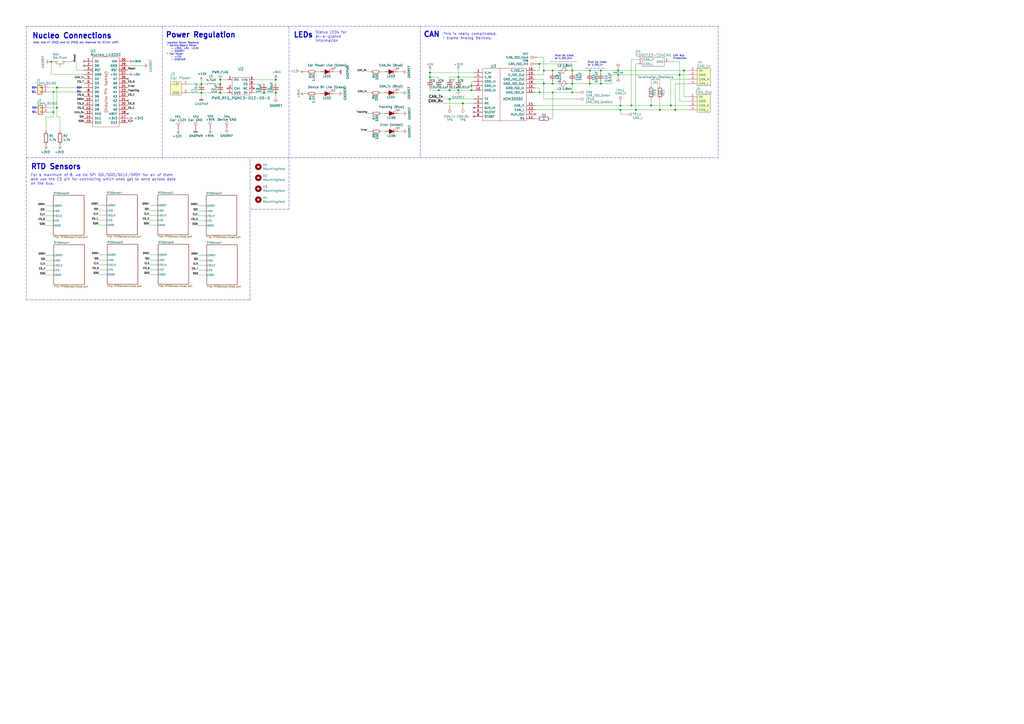
<source format=kicad_sch>
(kicad_sch (version 20211123) (generator eeschema)
  (paper "A2")
  (title_block (title "UT SVT Irradiance/RTD Sensor Board") (date "2020-12-13") (rev "Rev1.0") (company "UT Solar Vehicle Team") (comment 1 "Jacob Giddens") (comment 2 "Matthew Yu") (comment 3 "Gary Hallock"))
  (lib_symbols
    (symbol "Array:CAN_Bus_Protector_CDSOT23-T24CAN"
      (property "Reference" "U" (at 0 -3.81 0))
      (property "Value" "CAN_Bus_Protector_CDSOT23-T24CAN" (at 0 3.81 0))
      (symbol "CAN_Bus_Protector_CDSOT23-T24CAN_1_1"
        (pin passive line (at -8.89 1.27 0) (length 2.54) (name "CAN_H") (number "1"))
        (pin passive line (at -8.89 -1.27 0) (length 2.54) (name "CAN_L") (number "2"))
        (pin passive line (at 8.89 0 180) (length 2.54) (name "GND") (number "3"))
      )
    )
    (symbol "Array:CAN_Chip_ADM3055E" (pin_names (offset 1.016))
      (property "Reference" "U" (at 0 16.51 0))
      (property "Value" "CAN_Chip_ADM3055E" (at 0 -16.51 0))
      (symbol "CAN_Chip_ADM3055E_1_1"
        (pin power_in line (at -17.78 7.62 0) (length 5.08) (name "GND_In") (number "1"))
        (pin power_in line (at -17.78 2.54 0) (length 5.08) (name "GND_In") (number "10"))
        (pin power_in line (at 17.78 1.27 180) (length 5.08) (name "GND_ISO_In") (number "11"))
        (pin input line (at 17.78 -13.97 180) (length 5.08) (name "RS") (number "12"))
        (pin bidirectional line (at 17.78 -8.89 180) (length 5.08) (name "CAN_L") (number "13"))
        (pin bidirectional line (at 17.78 -6.35 180) (length 5.08) (name "CAN_H") (number "14"))
        (pin power_in line (at 17.78 3.81 180) (length 5.08) (name "GND_ISO_In") (number "15"))
        (pin power_in line (at 17.78 13.97 180) (length 5.08) (name "V_ISO_In") (number "16"))
        (pin output line (at 17.78 -11.43 180) (length 5.08) (name "AUX_Out") (number "17"))
        (pin power_out line (at 17.78 6.35 180) (length 5.08) (name "GND_ISO_Out") (number "18"))
        (pin power_out line (at 17.78 11.43 180) (length 5.08) (name "V_ISO_Out") (number "19"))
        (pin power_in line (at -17.78 5.08 0) (length 5.08) (name "GND_In") (number "2"))
        (pin power_out line (at 17.78 8.89 180) (length 5.08) (name "GND_ISO_Out") (number "20"))
        (pin power_in line (at -17.78 12.7 0) (length 5.08) (name "V_In") (number "3"))
        (pin power_in line (at -17.78 10.16 0) (length 5.08) (name "V_IO") (number "4"))
        (pin output line (at -17.78 -5.08 0) (length 5.08) (name "RX") (number "5"))
        (pin input line (at -17.78 -10.16 0) (length 5.08) (name "SILENT") (number "6"))
        (pin input line (at -17.78 -2.54 0) (length 5.08) (name "TX") (number "7"))
        (pin input line (at -17.78 -12.7 0) (length 5.08) (name "STDBY") (number "8"))
        (pin input line (at -17.78 -7.62 0) (length 5.08) (name "AUX_In") (number "9"))
      )
    )
    (symbol "Array:CAN_Connector_43650-0427" (pin_names (offset 1.016))
      (property "Reference" "J" (at 0 -6.35 0))
      (property "Value" "CAN_Connector_43650-0427" (at 0 6.35 0))
      (symbol "CAN_Connector_43650-0427_1_1"
        (pin power_in line (at 8.89 3.81 180) (length 5.08) (name "5V") (number "1"))
        (pin power_in line (at 8.89 1.27 180) (length 5.08) (name "GND") (number "2"))
        (pin bidirectional line (at 8.89 -1.27 180) (length 5.08) (name "CAN_H") (number "3"))
        (pin bidirectional line (at 8.89 -3.81 180) (length 5.08) (name "CAN_L") (number "4"))
      )
    )
    (symbol "Array:MCU_Nucleo_L432KC" (pin_names (offset 1.016))
      (property "Reference" "U" (at 0 -21.59 0))
      (property "Value" "MCU_Nucleo_L432KC" (at 0 21.59 0))
      (symbol "MCU_Nucleo_L432KC_0_1"
        (text "(Arduino Pin Names)" (at 0 0 900) (effects (font (size 1.524 1.524))))
      )
      (symbol "MCU_Nucleo_L432KC_0_2"
        (text "(Nucleo Pin Names)" (at 0 0 900) (effects (font (size 1.524 1.524))))
      )
      (symbol "MCU_Nucleo_L432KC_1_1"
        (pin bidirectional line (at -12.7 17.78 0) (length 5.08) (name "D1") (number "1"))
        (pin bidirectional line (at -12.7 -5.08 0) (length 5.08) (name "D7") (number "10"))
        (pin bidirectional line (at -12.7 -7.62 0) (length 5.08) (name "D8") (number "11"))
        (pin bidirectional line (at -12.7 -10.16 0) (length 5.08) (name "D9") (number "12"))
        (pin bidirectional line (at -12.7 -12.7 0) (length 5.08) (name "D10") (number "13"))
        (pin bidirectional line (at -12.7 -15.24 0) (length 5.08) (name "D11") (number "14"))
        (pin bidirectional line (at -12.7 -17.78 0) (length 5.08) (name "D12") (number "15"))
        (pin bidirectional line (at 12.7 -17.78 180) (length 5.08) (name "D13") (number "16"))
        (pin power_out line (at 12.7 -15.24 180) (length 5.08) (name "+3V3") (number "17"))
        (pin input line (at 12.7 -12.7 180) (length 5.08) (name "AREF") (number "18"))
        (pin bidirectional line (at 12.7 -10.16 180) (length 5.08) (name "A0") (number "19"))
        (pin bidirectional line (at -12.7 15.24 0) (length 5.08) (name "D0") (number "2"))
        (pin bidirectional line (at 12.7 -7.62 180) (length 5.08) (name "A1") (number "20"))
        (pin bidirectional line (at 12.7 -5.08 180) (length 5.08) (name "A2") (number "21"))
        (pin bidirectional line (at 12.7 -2.54 180) (length 5.08) (name "A3") (number "22"))
        (pin bidirectional line (at 12.7 0 180) (length 5.08) (name "A4") (number "23"))
        (pin bidirectional line (at 12.7 2.54 180) (length 5.08) (name "A5") (number "24"))
        (pin bidirectional line (at 12.7 5.08 180) (length 5.08) (name "A6") (number "25"))
        (pin bidirectional line (at 12.7 7.62 180) (length 5.08) (name "A7") (number "26"))
        (pin power_out line (at 12.7 10.16 180) (length 5.08) (name "+5V") (number "27"))
        (pin input inverted (at 12.7 12.7 180) (length 5.08) (name "RST") (number "28"))
        (pin power_in line (at 12.7 15.24 180) (length 5.08) (name "GND") (number "29"))
        (pin input inverted (at -12.7 12.7 0) (length 5.08) (name "RST") (number "3"))
        (pin power_in line (at 12.7 17.78 180) (length 5.08) (name "VIN") (number "30"))
        (pin power_in line (at -12.7 10.16 0) (length 5.08) (name "GND") (number "4"))
        (pin bidirectional line (at -12.7 7.62 0) (length 5.08) (name "D2") (number "5"))
        (pin bidirectional line (at -12.7 5.08 0) (length 5.08) (name "D3") (number "6"))
        (pin bidirectional line (at -12.7 2.54 0) (length 5.08) (name "D4") (number "7"))
        (pin bidirectional line (at -12.7 0 0) (length 5.08) (name "D5") (number "8"))
        (pin bidirectional line (at -12.7 -2.54 0) (length 5.08) (name "D6") (number "9"))
      )
      (symbol "MCU_Nucleo_L432KC_1_2"
        (pin bidirectional line (at -12.7 17.78 0) (length 5.08) (name "PA9") (number "1"))
        (pin bidirectional line (at -12.7 -5.08 0) (length 5.08) (name "PC14") (number "10"))
        (pin bidirectional line (at -12.7 -7.62 0) (length 5.08) (name "PC15") (number "11"))
        (pin bidirectional line (at -12.7 -10.16 0) (length 5.08) (name "PA8") (number "12"))
        (pin bidirectional line (at -12.7 -12.7 0) (length 5.08) (name "PA11") (number "13"))
        (pin bidirectional line (at -12.7 -15.24 0) (length 5.08) (name "PB5") (number "14"))
        (pin bidirectional line (at -12.7 -17.78 0) (length 5.08) (name "PB4") (number "15"))
        (pin bidirectional line (at 12.7 -17.78 180) (length 5.08) (name "PB3") (number "16"))
        (pin power_out line (at 12.7 -15.24 180) (length 5.08) (name "+3V3") (number "17"))
        (pin input line (at 12.7 -12.7 180) (length 5.08) (name "AREF") (number "18"))
        (pin bidirectional line (at 12.7 -10.16 180) (length 5.08) (name "PA0") (number "19"))
        (pin bidirectional line (at -12.7 15.24 0) (length 5.08) (name "PA10") (number "2"))
        (pin bidirectional line (at 12.7 -7.62 180) (length 5.08) (name "PA1") (number "20"))
        (pin bidirectional line (at 12.7 -5.08 180) (length 5.08) (name "PA3") (number "21"))
        (pin bidirectional line (at 12.7 -2.54 180) (length 5.08) (name "PA4") (number "22"))
        (pin bidirectional line (at 12.7 0 180) (length 5.08) (name "PA5") (number "23"))
        (pin bidirectional line (at 12.7 2.54 180) (length 5.08) (name "PA6") (number "24"))
        (pin bidirectional line (at 12.7 5.08 180) (length 5.08) (name "PA7") (number "25"))
        (pin bidirectional line (at 12.7 7.62 180) (length 5.08) (name "PA2") (number "26"))
        (pin power_out line (at 12.7 10.16 180) (length 5.08) (name "+5V") (number "27"))
        (pin input inverted (at 12.7 12.7 180) (length 5.08) (name "RST") (number "28"))
        (pin power_in line (at 12.7 15.24 180) (length 5.08) (name "GND") (number "29"))
        (pin input inverted (at -12.7 12.7 0) (length 5.08) (name "RST") (number "3"))
        (pin power_in line (at 12.7 17.78 180) (length 5.08) (name "VIN") (number "30"))
        (pin power_in line (at -12.7 10.16 0) (length 5.08) (name "GND") (number "4"))
        (pin bidirectional line (at -12.7 7.62 0) (length 5.08) (name "PA12") (number "5"))
        (pin bidirectional line (at -12.7 5.08 0) (length 5.08) (name "PB0") (number "6"))
        (pin bidirectional line (at -12.7 2.54 0) (length 5.08) (name "PB7") (number "7"))
        (pin bidirectional line (at -12.7 0 0) (length 5.08) (name "PB6") (number "8"))
        (pin bidirectional line (at -12.7 -2.54 0) (length 5.08) (name "PB1") (number "9"))
      )
    )
    (symbol "Array:PWR_Connector_43650-0215" (pin_names (offset 1.016))
      (property "Reference" "J" (at 0 -5.08 0))
      (property "Value" "PWR_Connector_43650-0215" (at 0 5.08 0))
      (symbol "PWR_Connector_43650-0215_1_1"
        (pin power_out line (at 7.62 2.54 180) (length 5.08) (name "+12V") (number "1"))
        (pin power_out line (at 7.62 -2.54 180) (length 5.08) (name "GND") (number "2"))
      )
    )
    (symbol "Array:PWR_REG_PQMC3-Dx-Sx-S" (pin_names (offset 1.016))
      (property "Reference" "U" (at 0 -6.35 0))
      (property "Value" "PWR_REG_PQMC3-Dx-Sx-S" (at 0 7.62 0))
      (symbol "PWR_REG_PQMC3-Dx-Sx-S_1_1"
        (pin power_in line (at -7.62 -3.81 0) (length 2.54) (name "GND") (number "1"))
        (pin power_in line (at -7.62 3.81 0) (length 2.54) (name "Vin") (number "2"))
        (pin input line (at -7.62 -1.27 0) (length 2.54) (name "Ctrl") (number "3"))
        (pin no_connect line (at 7.62 -1.27 180) (length 2.54) (name "NC") (number "5"))
        (pin power_out line (at 7.62 3.81 180) (length 2.54) (name "+Vo") (number "6"))
        (pin power_out line (at 7.62 -3.81 180) (length 2.54) (name "0V") (number "7"))
        (pin output line (at 7.62 1.27 180) (length 2.54) (name "CS") (number "8"))
      )
    )
    (symbol "Connector:TestPoint" (pin_numbers hide) (pin_names (offset 0.762) hide)
      (property "Reference" "TP" (at 0 6.858 0))
      (property "Value" "TestPoint" (at 0 5.08 0))
      (symbol "TestPoint_1_1"
        (pin passive line (at 0 0 90) (length 2.54) (name "1") (number "1"))
      )
    )
    (symbol "Connector_Generic:Conn_01x02" (pin_names (offset 1.016) hide)
      (property "Reference" "J" (at 0 2.54 0))
      (property "Value" "Conn_01x02" (at 0 -5.08 0))
      (symbol "Conn_01x02_1_1"
        (pin passive line (at -5.08 0 0) (length 3.81) (name "Pin_1") (number "1"))
        (pin passive line (at -5.08 -2.54 0) (length 3.81) (name "Pin_2") (number "2"))
      )
    )
    (symbol "Device:CP1_Small" (pin_numbers hide) (pin_names (offset 0.254) hide)
      (property "Reference" "C" (at 0.254 1.778 0))
      (property "Value" "Device_CP1_Small" (at 0.254 -2.032 0))
      (symbol "CP1_Small_1_1"
        (pin passive line (at 0 2.54 270) (length 2.032) (name "~") (number "1"))
        (pin passive line (at 0 -2.54 90) (length 2.032) (name "~") (number "2"))
      )
    )
    (symbol "Device:C_Small" (pin_numbers hide) (pin_names (offset 0.254) hide)
      (property "Reference" "C" (at 0.254 1.778 0))
      (property "Value" "C_Small" (at 0.254 -2.032 0))
      (symbol "C_Small_1_1"
        (pin passive line (at 0 2.54 270) (length 2.032) (name "~") (number "1"))
        (pin passive line (at 0 -2.54 90) (length 2.032) (name "~") (number "2"))
      )
    )
    (symbol "Device:Ferrite_Bead_Small" (pin_numbers hide) (pin_names (offset 0))
      (property "Reference" "FB" (at 1.905 1.27 0))
      (property "Value" "Device_Ferrite_Bead_Small" (at 1.905 -1.27 0))
      (symbol "Ferrite_Bead_Small_1_1"
        (pin passive line (at 0 2.54 270) (length 1.27) (name "~") (number "1"))
        (pin passive line (at 0 -2.54 90) (length 1.27) (name "~") (number "2"))
      )
    )
    (symbol "Device:Jumper_NO_Small" (pin_numbers hide) (pin_names (offset 0.762) hide)
      (property "Reference" "JP" (at 0 2.032 0))
      (property "Value" "Device_Jumper_NO_Small" (at 0.254 -1.524 0))
      (symbol "Jumper_NO_Small_0_1"
        (pin passive line (at -2.54 0 0) (length 1.016) (name "1") (number "1"))
        (pin passive line (at 2.54 0 180) (length 1.016) (name "2") (number "2"))
      )
    )
    (symbol "Device:LED_ALT" (pin_numbers hide) (pin_names (offset 1.016) hide)
      (property "Reference" "D" (at 0 2.54 0))
      (property "Value" "Device_LED_ALT" (at 0 -2.54 0))
      (symbol "LED_ALT_1_1"
        (pin passive line (at -3.81 0 0) (length 2.54) (name "K") (number "1"))
        (pin passive line (at 3.81 0 180) (length 2.54) (name "A") (number "2"))
      )
    )
    (symbol "Device:L_Small" (pin_numbers hide) (pin_names (offset 0.254) hide)
      (property "Reference" "L" (at 0.762 1.016 0))
      (property "Value" "L_Small" (at 0.762 -1.016 0))
      (symbol "L_Small_1_1"
        (pin passive line (at 0 2.54 270) (length 0.508) (name "~") (number "1"))
        (pin passive line (at 0 -2.54 90) (length 0.508) (name "~") (number "2"))
      )
    )
    (symbol "Device:R" (pin_numbers hide) (pin_names (offset 0))
      (property "Reference" "R" (at 2.032 0 90))
      (property "Value" "R" (at 0 0 90))
      (symbol "R_1_1"
        (pin passive line (at 0 3.81 270) (length 1.27) (name "~") (number "1"))
        (pin passive line (at 0 -3.81 90) (length 1.27) (name "~") (number "2"))
      )
    )
    (symbol "Device:R_Small" (pin_numbers hide) (pin_names (offset 0.254) hide)
      (property "Reference" "R" (at 0.762 0.508 0))
      (property "Value" "R_Small" (at 0.762 -1.016 0))
      (symbol "R_Small_1_1"
        (pin passive line (at 0 2.54 270) (length 0.762) (name "~") (number "1"))
        (pin passive line (at 0 -2.54 90) (length 0.762) (name "~") (number "2"))
      )
    )
    (symbol "Mechanical:MountingHole" (pin_names (offset 1.016))
      (property "Reference" "H" (at 0 5.08 0))
      (property "Value" "MountingHole" (at 0 3.175 0))
    )
    (symbol "Switch:SW_Push" (pin_numbers hide) (pin_names (offset 1.016) hide)
      (property "Reference" "SW" (at 1.27 2.54 0))
      (property "Value" "SW_Push" (at 0 -1.524 0))
      (symbol "SW_Push_0_1"
        (pin passive line (at -5.08 0 0) (length 2.54) (name "1") (number "1"))
        (pin passive line (at 5.08 0 180) (length 2.54) (name "2") (number "2"))
      )
    )
    (symbol "power:+12V" (power) (pin_names (offset 0))
      (property "Value" "+12V" (at 0 3.556 0))
      (symbol "+12V_1_1"
        (pin power_in line (at 0 0 90) (length 0) hide (name "+12V") (number "1"))
      )
    )
    (symbol "power:+3.3V" (power) (pin_names (offset 0))
      (property "Value" "+3.3V" (at 0 3.556 0))
      (symbol "+3.3V_1_1"
        (pin power_in line (at 0 0 90) (length 0) hide (name "+3V3") (number "1"))
      )
    )
    (symbol "power:+3V3" (power) (pin_names (offset 0))
      (property "Value" "+3V3" (at 0 3.556 0))
      (symbol "+3V3_1_1"
        (pin power_in line (at 0 0 90) (length 0) hide (name "+3V3") (number "1"))
      )
    )
    (symbol "power:+5V" (power) (pin_names (offset 0))
      (property "Value" "+5V" (at 0 3.556 0))
      (symbol "+5V_1_1"
        (pin power_in line (at 0 0 90) (length 0) hide (name "+5V") (number "1"))
      )
    )
    (symbol "power:+9VA" (power) (pin_names (offset 0))
      (property "Value" "+9VA" (at 0 3.81 0))
      (symbol "+9VA_1_1"
        (pin power_in line (at 0 0 90) (length 0) hide (name "+9VA") (number "1"))
      )
    )
    (symbol "power:GNDPWR" (power) (pin_names (offset 0))
      (property "Value" "GNDPWR" (at 0 -3.302 0))
      (symbol "GNDPWR_1_1"
        (pin power_in line (at 0 0 270) (length 0) hide (name "GNDPWR") (number "1"))
      )
    )
    (symbol "power:GNDREF" (power) (pin_names (offset 0))
      (property "Value" "GNDREF" (at 0 -3.81 0))
      (symbol "GNDREF_1_1"
        (pin power_in line (at 0 0 270) (length 0) hide (name "GNDREF") (number "1"))
      )
    )
    (symbol "power:PWR_FLAG" (power) (pin_numbers hide) (pin_names (offset 0) hide)
      (property "Value" "PWR_FLAG" (at 0 3.81 0))
      (symbol "PWR_FLAG_0_0"
        (pin power_out line (at 0 0 90) (length 0) (name "pwr") (number "1"))
      )
    )
  )
  (junction (at 391.668 63.754))
  (junction (at 29.718 35.814))
  (junction (at 358.648 43.434))
  (junction (at 268.478 59.944))
  (junction (at 127.762 48.768))
  (junction (at 368.808 63.754))
  (junction (at 320.548 40.894))
  (junction (at 30.988 53.34))
  (junction (at 331.978 53.594))
  (junction (at 377.698 61.214))
  (junction (at 394.208 43.434))
  (junction (at 359.918 63.754))
  (junction (at 396.748 40.894))
  (junction (at 348.488 48.514))
  (junction (at 116.84 48.768))
  (junction (at 342.138 48.514))
  (junction (at 320.548 48.514))
  (junction (at 342.138 40.894))
  (junction (at 273.558 49.784))
  (junction (at 33.02 62.484))
  (junction (at 312.928 53.594))
  (junction (at 153.162 53.848))
  (junction (at 382.778 63.754))
  (junction (at 273.558 52.324))
  (junction (at 33.02 50.8))
  (junction (at 127.762 53.848))
  (junction (at 254.508 52.324))
  (junction (at 30.988 65.024))
  (junction (at 389.128 61.214))
  (junction (at 359.918 61.214))
  (junction (at 331.978 48.514))
  (junction (at 127.762 46.228))
  (junction (at 116.84 53.848))
  (junction (at 265.938 44.704))
  (junction (at 320.548 53.594))
  (junction (at 315.468 40.894))
  (junction (at 348.488 40.894))
  (junction (at 265.938 52.324))
  (junction (at 315.468 48.514))
  (junction (at 160.02 53.848))
  (junction (at 312.928 37.084))
  (junction (at 366.268 61.214))
  (junction (at 331.978 40.894))
  (junction (at 260.858 57.404))
  (junction (at 260.858 52.324))
  (junction (at 249.428 42.164))
  (junction (at 160.02 46.228))
  (junction (at 249.428 44.704))
  (junction (at 358.648 40.894))
  (no_connect (at 48.768 38.1))
  (no_connect (at 48.768 35.56))
  (no_connect (at 310.388 66.294))
  (no_connect (at 74.168 58.42))
  (no_connect (at 74.168 45.72))
  (no_connect (at 74.168 66.04))
  (no_connect (at 132.08 51.308))
  (no_connect (at 274.828 67.564))
  (no_connect (at 274.828 62.484))
  (no_connect (at 274.828 65.024))
  (wire (pts (xy 265.938 40.894) (xy 265.938 44.704)))
  (wire (pts (xy 33.02 50.8) (xy 48.768 50.8)))
  (wire (pts (xy 57.404 147.828) (xy 62.23 147.828)))
  (wire (pts (xy 312.928 40.894) (xy 310.388 40.894)))
  (wire (pts (xy 382.778 63.754) (xy 391.668 63.754)))
  (wire (pts (xy 116.84 48.768) (xy 110.236 48.768)))
  (wire (pts (xy 394.208 35.814) (xy 394.208 43.434)))
  (wire (pts (xy 329.438 48.514) (xy 331.978 48.514)))
  (wire (pts (xy 249.428 42.164) (xy 249.428 44.704)))
  (wire (pts (xy 265.938 44.704) (xy 274.828 44.704)))
  (wire (pts (xy 86.868 150.876) (xy 91.694 150.876)))
  (wire (pts (xy 311.658 33.274) (xy 315.468 33.274)))
  (wire (pts (xy 331.978 53.594) (xy 334.518 53.594)))
  (wire (pts (xy 183.388 54.356) (xy 185.928 54.356)))
  (wire (pts (xy 265.938 52.324) (xy 273.558 52.324)))
  (wire (pts (xy 86.614 124.968) (xy 91.44 124.968)))
  (wire (pts (xy 315.468 48.514) (xy 315.468 57.404)))
  (wire (pts (xy 177.038 54.356) (xy 178.308 54.356)))
  (wire (pts (xy 354.838 48.514) (xy 354.838 43.434)))
  (wire (pts (xy 127.762 53.848) (xy 116.84 53.848)))
  (wire (pts (xy 26.162 128.016) (xy 30.988 128.016)))
  (wire (pts (xy 115.062 156.718) (xy 119.888 156.718)))
  (wire (pts (xy 62.23 159.258) (xy 57.404 159.258)))
  (polyline (pts (xy 15.24 15.24) (xy 416.56 15.24)))
  (wire (pts (xy 348.488 48.514) (xy 354.838 48.514)))
  (wire (pts (xy 114.808 122.428) (xy 119.634 122.428)))
  (wire (pts (xy 57.15 127.762) (xy 61.976 127.762)))
  (wire (pts (xy 315.468 45.974) (xy 310.388 45.974)))
  (wire (pts (xy 257.048 57.404) (xy 260.858 57.404)))
  (wire (pts (xy 377.698 61.214) (xy 389.128 61.214)))
  (wire (pts (xy 223.012 41.656) (xy 220.472 41.656)))
  (wire (pts (xy 391.668 48.514) (xy 399.288 48.514)))
  (wire (pts (xy 274.828 42.164) (xy 249.428 42.164)))
  (wire (pts (xy 319.278 68.834) (xy 320.548 68.834)))
  (wire (pts (xy 370.078 34.544) (xy 366.268 34.544)))
  (wire (pts (xy 86.868 156.464) (xy 91.694 156.464)))
  (wire (pts (xy 315.468 40.894) (xy 320.548 40.894)))
  (wire (pts (xy 28.956 35.814) (xy 29.718 35.814)))
  (wire (pts (xy 153.162 48.768) (xy 147.32 48.768)))
  (wire (pts (xy 26.416 156.718) (xy 31.242 156.718)))
  (wire (pts (xy 315.468 48.514) (xy 320.548 48.514)))
  (wire (pts (xy 257.048 59.944) (xy 268.478 59.944)))
  (wire (pts (xy 28.194 50.8) (xy 33.02 50.8)))
  (wire (pts (xy 265.938 52.324) (xy 265.938 51.054)))
  (polyline (pts (xy 243.84 15.24) (xy 243.84 91.44)))
  (wire (pts (xy 44.196 35.814) (xy 39.878 35.814)))
  (polyline (pts (xy 339.598 39.624) (xy 351.028 39.624)))
  (wire (pts (xy 215.646 65.786) (xy 213.106 65.786)))
  (wire (pts (xy 273.558 52.324) (xy 274.828 52.324)))
  (wire (pts (xy 29.718 43.18) (xy 48.768 43.18)))
  (wire (pts (xy 268.478 59.944) (xy 274.828 59.944)))
  (wire (pts (xy 260.858 44.704) (xy 260.858 45.974)))
  (wire (pts (xy 358.648 40.894) (xy 358.648 39.624)))
  (wire (pts (xy 320.548 40.894) (xy 324.358 40.894)))
  (wire (pts (xy 223.266 65.786) (xy 220.726 65.786)))
  (wire (pts (xy 30.988 67.818) (xy 30.988 65.024)))
  (wire (pts (xy 183.388 41.656) (xy 185.928 41.656)))
  (polyline (pts (xy 167.64 121.412) (xy 145.034 121.412)))
  (wire (pts (xy 193.548 54.356) (xy 196.088 54.356)))
  (wire (pts (xy 86.614 122.174) (xy 91.44 122.174)))
  (wire (pts (xy 193.548 41.656) (xy 196.088 41.656)))
  (wire (pts (xy 44.196 40.64) (xy 44.196 35.814)))
  (wire (pts (xy 30.988 53.34) (xy 30.988 65.024)))
  (wire (pts (xy 382.778 63.754) (xy 382.778 57.404)))
  (wire (pts (xy 312.928 51.054) (xy 310.388 51.054)))
  (wire (pts (xy 348.488 40.894) (xy 358.648 40.894)))
  (wire (pts (xy 114.808 125.222) (xy 119.634 125.222)))
  (wire (pts (xy 28.194 53.34) (xy 30.988 53.34)))
  (wire (pts (xy 26.416 148.082) (xy 31.242 148.082)))
  (wire (pts (xy 57.15 124.968) (xy 61.976 124.968)))
  (wire (pts (xy 315.468 40.894) (xy 315.468 43.434)))
  (wire (pts (xy 310.388 48.514) (xy 315.468 48.514)))
  (wire (pts (xy 320.548 48.514) (xy 320.548 47.244)))
  (wire (pts (xy 132.08 46.228) (xy 127.762 46.228)))
  (wire (pts (xy 33.02 67.818) (xy 33.02 62.484)))
  (wire (pts (xy 311.658 37.084) (xy 312.928 37.084)))
  (wire (pts (xy 311.658 68.834) (xy 310.388 68.834)))
  (wire (pts (xy 342.138 48.514) (xy 342.138 47.244)))
  (wire (pts (xy 320.548 68.834) (xy 320.548 53.594)))
  (wire (pts (xy 359.918 66.294) (xy 362.458 66.294)))
  (wire (pts (xy 377.698 61.214) (xy 377.698 57.404)))
  (polyline (pts (xy 15.24 91.44) (xy 416.56 91.44)))
  (wire (pts (xy 91.44 130.556) (xy 86.614 130.556)))
  (wire (pts (xy 177.038 41.656) (xy 178.308 41.656)))
  (wire (pts (xy 254.508 51.054) (xy 254.508 52.324)))
  (wire (pts (xy 396.748 40.894) (xy 399.288 40.894)))
  (wire (pts (xy 233.426 65.786) (xy 230.886 65.786)))
  (wire (pts (xy 215.392 53.848) (xy 212.852 53.848)))
  (wire (pts (xy 124.968 48.768) (xy 127.762 48.768)))
  (wire (pts (xy 320.548 48.514) (xy 324.358 48.514)))
  (wire (pts (xy 331.978 40.894) (xy 342.138 40.894)))
  (wire (pts (xy 34.798 76.2) (xy 34.798 67.818)))
  (wire (pts (xy 260.858 57.404) (xy 274.828 57.404)))
  (wire (pts (xy 394.208 43.434) (xy 394.208 58.674)))
  (wire (pts (xy 254.508 52.324) (xy 260.858 52.324)))
  (wire (pts (xy 342.138 40.894) (xy 342.138 42.164)))
  (wire (pts (xy 215.392 41.656) (xy 212.852 41.656)))
  (wire (pts (xy 391.668 63.754) (xy 391.668 48.514)))
  (wire (pts (xy 320.548 53.594) (xy 331.978 53.594)))
  (wire (pts (xy 315.468 45.974) (xy 315.468 48.514)))
  (wire (pts (xy 260.858 51.054) (xy 260.858 52.324)))
  (wire (pts (xy 86.614 119.126) (xy 91.44 119.126)))
  (wire (pts (xy 57.404 153.67) (xy 62.23 153.67)))
  (wire (pts (xy 26.162 119.38) (xy 30.988 119.38)))
  (wire (pts (xy 215.646 76.2) (xy 213.106 76.2)))
  (wire (pts (xy 387.858 35.814) (xy 394.208 35.814)))
  (wire (pts (xy 312.928 37.084) (xy 312.928 40.894)))
  (wire (pts (xy 368.808 37.084) (xy 368.808 63.754)))
  (wire (pts (xy 331.978 40.894) (xy 331.978 42.164)))
  (wire (pts (xy 249.428 44.704) (xy 249.428 45.974)))
  (wire (pts (xy 33.02 50.8) (xy 33.02 62.484)))
  (wire (pts (xy 331.978 48.514) (xy 342.138 48.514)))
  (wire (pts (xy 268.478 61.214) (xy 268.478 59.944)))
  (wire (pts (xy 273.558 49.784) (xy 274.828 49.784)))
  (wire (pts (xy 260.858 61.214) (xy 260.858 57.404)))
  (wire (pts (xy 86.868 153.67) (xy 91.694 153.67)))
  (wire (pts (xy 160.02 46.228) (xy 160.02 48.768)))
  (wire (pts (xy 116.84 53.848) (xy 116.84 56.388)))
  (wire (pts (xy 312.928 37.084) (xy 331.978 37.084)))
  (wire (pts (xy 57.404 156.464) (xy 62.23 156.464)))
  (wire (pts (xy 265.938 44.704) (xy 265.938 45.974)))
  (wire (pts (xy 254.508 44.704) (xy 254.508 45.974)))
  (wire (pts (xy 233.426 76.2) (xy 230.886 76.2)))
  (wire (pts (xy 315.468 33.274) (xy 315.468 40.894)))
  (wire (pts (xy 223.266 76.2) (xy 220.726 76.2)))
  (wire (pts (xy 310.388 53.594) (xy 312.928 53.594)))
  (polyline (pts (xy 416.56 15.24) (xy 416.56 91.44)))
  (polyline (pts (xy 319.278 35.814) (xy 334.518 35.814)))
  (wire (pts (xy 370.078 37.084) (xy 368.808 37.084)))
  (wire (pts (xy 368.808 63.754) (xy 382.778 63.754)))
  (wire (pts (xy 26.416 153.924) (xy 31.242 153.924)))
  (wire (pts (xy 30.988 130.81) (xy 26.162 130.81)))
  (wire (pts (xy 366.268 34.544) (xy 366.268 61.214)))
  (wire (pts (xy 260.858 44.704) (xy 265.938 44.704)))
  (wire (pts (xy 348.488 48.514) (xy 348.488 47.244)))
  (wire (pts (xy 116.84 48.768) (xy 119.888 48.768)))
  (wire (pts (xy 26.162 122.428) (xy 30.988 122.428)))
  (wire (pts (xy 30.988 65.024) (xy 28.448 65.024)))
  (wire (pts (xy 396.748 40.894) (xy 396.748 56.134)))
  (wire (pts (xy 331.978 48.514) (xy 331.978 53.594)))
  (wire (pts (xy 233.172 53.848) (xy 230.632 53.848)))
  (wire (pts (xy 394.208 43.434) (xy 399.288 43.434)))
  (wire (pts (xy 34.798 67.818) (xy 33.02 67.818)))
  (wire (pts (xy 331.978 47.244) (xy 331.978 48.514)))
  (wire (pts (xy 115.062 153.924) (xy 119.888 153.924)))
  (wire (pts (xy 116.84 47.244) (xy 116.84 48.768)))
  (wire (pts (xy 147.32 53.848) (xy 153.162 53.848)))
  (wire (pts (xy 389.128 61.214) (xy 399.288 61.214)))
  (wire (pts (xy 389.128 61.214) (xy 389.128 45.974)))
  (wire (pts (xy 273.558 47.244) (xy 273.558 49.784)))
  (wire (pts (xy 315.468 43.434) (xy 310.388 43.434)))
  (wire (pts (xy 147.32 46.228) (xy 160.02 46.228)))
  (wire (pts (xy 26.162 125.222) (xy 30.988 125.222)))
  (wire (pts (xy 354.838 43.434) (xy 358.648 43.434)))
  (wire (pts (xy 394.208 58.674) (xy 399.288 58.674)))
  (wire (pts (xy 153.162 53.848) (xy 160.02 53.848)))
  (wire (pts (xy 342.138 40.894) (xy 348.488 40.894)))
  (wire (pts (xy 110.236 53.848) (xy 116.84 53.848)))
  (wire (pts (xy 329.438 40.894) (xy 331.978 40.894)))
  (polyline (pts (xy 15.24 173.99) (xy 145.034 173.99)))
  (wire (pts (xy 358.648 40.894) (xy 396.748 40.894)))
  (wire (pts (xy 115.062 148.082) (xy 119.888 148.082)))
  (wire (pts (xy 358.648 44.704) (xy 358.648 43.434)))
  (wire (pts (xy 331.978 37.084) (xy 331.978 40.894)))
  (wire (pts (xy 359.918 63.754) (xy 368.808 63.754)))
  (wire (pts (xy 249.428 52.324) (xy 254.508 52.324)))
  (wire (pts (xy 115.062 151.13) (xy 119.888 151.13)))
  (wire (pts (xy 230.632 41.656) (xy 233.172 41.656)))
  (wire (pts (xy 377.698 45.974) (xy 377.698 49.784)))
  (wire (pts (xy 61.976 130.556) (xy 57.15 130.556)))
  (wire (pts (xy 382.778 45.974) (xy 382.778 49.784)))
  (wire (pts (xy 119.888 159.512) (xy 115.062 159.512)))
  (wire (pts (xy 359.918 63.754) (xy 359.918 66.294)))
  (wire (pts (xy 312.928 51.054) (xy 312.928 53.594)))
  (wire (pts (xy 249.428 40.894) (xy 249.428 42.164)))
  (wire (pts (xy 249.428 44.704) (xy 254.508 44.704)))
  (wire (pts (xy 132.08 53.848) (xy 127.762 53.848)))
  (wire (pts (xy 31.242 159.512) (xy 26.416 159.512)))
  (polyline (pts (xy 94.234 15.24) (xy 94.234 91.44)))
  (wire (pts (xy 260.858 52.324) (xy 265.938 52.324)))
  (wire (pts (xy 57.15 119.126) (xy 61.976 119.126)))
  (wire (pts (xy 391.668 63.754) (xy 399.288 63.754)))
  (wire (pts (xy 86.868 147.828) (xy 91.694 147.828)))
  (wire (pts (xy 389.128 45.974) (xy 399.288 45.974)))
  (wire (pts (xy 29.718 35.814) (xy 29.718 43.18)))
  (wire (pts (xy 26.67 76.2) (xy 26.67 67.818)))
  (wire (pts (xy 57.15 122.174) (xy 61.976 122.174)))
  (wire (pts (xy 114.808 119.38) (xy 119.634 119.38)))
  (wire (pts (xy 359.918 61.214) (xy 366.268 61.214)))
  (wire (pts (xy 315.468 57.404) (xy 334.518 57.404)))
  (wire (pts (xy 273.558 49.784) (xy 273.558 52.324)))
  (wire (pts (xy 348.488 40.894) (xy 348.488 42.164)))
  (wire (pts (xy 91.694 159.258) (xy 86.868 159.258)))
  (wire (pts (xy 74.168 38.1) (xy 83.312 38.1)))
  (wire (pts (xy 310.388 61.214) (xy 359.918 61.214)))
  (wire (pts (xy 26.416 151.13) (xy 31.242 151.13)))
  (wire (pts (xy 396.748 56.134) (xy 399.288 56.134)))
  (wire (pts (xy 57.404 150.876) (xy 62.23 150.876)))
  (polyline (pts (xy 145.034 173.99) (xy 145.034 91.44)))
  (wire (pts (xy 310.388 63.754) (xy 359.918 63.754)))
  (wire (pts (xy 119.634 130.81) (xy 114.808 130.81)))
  (wire (pts (xy 359.918 59.944) (xy 359.918 61.214)))
  (wire (pts (xy 127.762 46.228) (xy 127.762 48.768)))
  (wire (pts (xy 366.268 61.214) (xy 377.698 61.214)))
  (wire (pts (xy 249.428 51.054) (xy 249.428 52.324)))
  (polyline (pts (xy 167.64 15.24) (xy 167.64 121.412)))
  (polyline (pts (xy 15.24 15.24) (xy 15.24 173.99)))
  (wire (pts (xy 48.768 40.64) (xy 44.196 40.64)))
  (wire (pts (xy 160.02 53.848) (xy 160.02 56.896)))
  (wire (pts (xy 274.828 47.244) (xy 273.558 47.244)))
  (wire (pts (xy 86.614 127.762) (xy 91.44 127.762)))
  (wire (pts (xy 312.928 53.594) (xy 320.548 53.594)))
  (wire (pts (xy 33.02 62.484) (xy 28.448 62.484)))
  (wire (pts (xy 320.548 42.164) (xy 320.548 40.894)))
  (wire (pts (xy 26.67 67.818) (xy 30.988 67.818)))
  (wire (pts (xy 358.648 43.434) (xy 394.208 43.434)))
  (wire (pts (xy 342.138 48.514) (xy 348.488 48.514)))
  (wire (pts (xy 48.768 53.34) (xy 30.988 53.34)))
  (wire (pts (xy 114.808 128.016) (xy 119.634 128.016)))
  (wire (pts (xy 223.012 53.848) (xy 220.472 53.848)))
  (text "RTD Sensors" (at 17.78 98.552 0) (effects (font (size 3.048 3.048) (thickness 0.6096) bold) (justify left bottom)))
  (text "Must be close\nto V_ISO_Out" (at 321.818 34.544 0) (effects (font (size 1.016 1.016)) (justify left bottom)))
  (text "SCL" (at 18.542 65.786 0) (effects (font (size 1.016 1.016) (thickness 0.2032) bold) (justify left bottom)))
  (text "Status LEDs for\nat-a-glance\ninformation" (at 182.88 24.638 0) (effects (font (size 1.524 1.524)) (justify left bottom)))
  (text "For a maximum of 8, we tie SPI SDI/SDO/SCLK/DRDY for all of them\nand use the CS pin for controlling which ones get to send across data\non the bus." (at 17.78 107.442 0) (effects (font (size 1.524 1.524)) (justify left bottom)))
  (text "SDA" (at 44.45 51.562 0) (effects (font (size 1.016 1.016) (thickness 0.2032) bold) (justify left bottom)))
  (text "Isolated Power Regions:\n* Device/Board Power\n   - +9VA, +5V, +3.3V\n   - GNDREF\n* Car Power\n   - +12V\n   - GNDPWR" (at 96.774 35.306 0) (effects (font (size 1.016 1.016)) (justify left bottom)))
  (text "SDA" (at 18.542 63.246 0) (effects (font (size 1.016 1.016) (thickness 0.2032) bold) (justify left bottom)))
  (text "CAN Bus\nProtection" (at 390.398 34.544 0) (effects (font (size 1.016 1.016)) (justify left bottom)))
  (text "This is really complicated.\nI blame Analog Devices." (at 257.048 23.114 0) (effects (font (size 1.524 1.524)) (justify left bottom)))
  (text "Power Regulation" (at 96.012 22.098 0) (effects (font (size 3.048 3.048) (thickness 0.6096) bold) (justify left bottom)))
  (text "CAN" (at 245.618 21.844 0) (effects (font (size 3.048 3.048) (thickness 0.6096) bold) (justify left bottom)))
  (text "Must be close\nto V_ISO_In" (at 340.868 38.354 0) (effects (font (size 1.016 1.016)) (justify left bottom)))
  (text "Nucleo Connections" (at 18.542 22.606 0) (effects (font (size 3.048 3.048) (thickness 0.6096) bold) (justify left bottom)))
  (text "Note that A7 (PA2) and A2 (PA3) are reserved for STLink UART." (at 19.304 25.4 0) (effects (font (size 1.016 1.016)) (justify left bottom)))
  (text "SDA" (at 18.288 51.562 0) (effects (font (size 1.016 1.016) (thickness 0.2032) bold) (justify left bottom)))
  (text "LEDs" (at 170.18 22.098 0) (effects (font (size 3.048 3.048) (thickness 0.6096) bold) (justify left bottom)))
  (text "SCL" (at 18.288 54.102 0) (effects (font (size 1.016 1.016) (thickness 0.2032) bold) (justify left bottom)))
  (text "SCL" (at 44.45 53.848 0) (effects (font (size 1.016 1.016) (thickness 0.2032) bold) (justify left bottom)))
  (label "CLK" (at 114.808 125.222 180) (effects (font (size 1.016 1.016) (thickness 0.2032) bold)))
  (label "CLK" (at 115.062 153.924 180) (effects (font (size 1.016 1.016) (thickness 0.2032) bold)))
  (label "DRDY" (at 57.404 147.828 180) (effects (font (size 1.016 1.016) (thickness 0.2032) bold)))
  (label "CAN_Tx" (at 212.852 53.848 180) (effects (font (size 0.9906 0.9906) (thickness 0.1981) bold)))
  (label "SDI" (at 26.416 151.13 180) (effects (font (size 1.016 1.016) (thickness 0.2032) bold)))
  (label "SDI" (at 86.614 122.174 180) (effects (font (size 1.016 1.016) (thickness 0.2032) bold)))
  (label "DRDY" (at 86.868 147.828 180) (effects (font (size 1.016 1.016) (thickness 0.2032) bold)))
  (label "SDI" (at 86.868 150.876 180) (effects (font (size 1.016 1.016) (thickness 0.2032) bold)))
  (label "Error" (at 213.106 76.2 180) (effects (font (size 0.9906 0.9906) (thickness 0.1981) bold)))
  (label "CS_7" (at 115.062 156.718 180) (effects (font (size 1.016 1.016) (thickness 0.2032) bold)))
  (label "DRDY" (at 26.416 148.082 180) (effects (font (size 1.016 1.016) (thickness 0.2032) bold)))
  (label "CS_1" (at 74.168 63.5 0) (effects (font (size 1.016 1.016) (thickness 0.2032) bold)))
  (label "CS_5" (at 57.404 156.464 180) (effects (font (size 1.016 1.016) (thickness 0.2032) bold)))
  (label "CLK" (at 86.614 124.968 180) (effects (font (size 1.016 1.016) (thickness 0.2032) bold)))
  (label "CLK" (at 26.162 125.222 180) (effects (font (size 1.016 1.016) (thickness 0.2032) bold)))
  (label "SDO" (at 114.808 130.81 180) (effects (font (size 1.016 1.016) (thickness 0.2032) bold)))
  (label "SDI" (at 48.768 68.58 180) (effects (font (size 1.016 1.016) (thickness 0.2032) bold)))
  (label "CS_0" (at 74.168 60.96 0) (effects (font (size 1.016 1.016) (thickness 0.2032) bold)))
  (label "SDO" (at 86.868 159.258 180) (effects (font (size 1.016 1.016) (thickness 0.2032) bold)))
  (label "CLK" (at 26.416 153.924 180) (effects (font (size 1.016 1.016) (thickness 0.2032) bold)))
  (label "SDO" (at 115.062 159.512 180) (effects (font (size 1.016 1.016) (thickness 0.2032) bold)))
  (label "SDO" (at 26.162 130.81 180) (effects (font (size 1.016 1.016) (thickness 0.2032) bold)))
  (label "CLK" (at 57.15 124.968 180) (effects (font (size 1.016 1.016) (thickness 0.2032) bold)))
  (label "CAN_Rx" (at 48.768 66.04 180) (effects (font (size 0.9906 0.9906) (thickness 0.1981) bold)))
  (label "CS_3" (at 48.768 63.5 180) (effects (font (size 1.016 1.016) (thickness 0.2032) bold)))
  (label "CS_3" (at 114.808 128.016 180) (effects (font (size 1.016 1.016) (thickness 0.2032) bold)))
  (label "SDI" (at 114.808 122.428 180) (effects (font (size 1.016 1.016) (thickness 0.2032) bold)))
  (label "SDO" (at 26.416 159.512 180) (effects (font (size 1.016 1.016) (thickness 0.2032) bold)))
  (label "SDO" (at 86.614 130.556 180) (effects (font (size 1.016 1.016) (thickness 0.2032) bold)))
  (label "CAN_Tx" (at 48.768 45.72 180) (effects (font (size 0.9906 0.9906) (thickness 0.1981) bold)))
  (label "CLK" (at 74.168 71.12 0) (effects (font (size 1.016 1.016) (thickness 0.2032) bold)))
  (label "CS_0" (at 26.162 128.016 180) (effects (font (size 1.016 1.016) (thickness 0.2032) bold)))
  (label "SDO" (at 48.768 71.12 180) (effects (font (size 1.016 1.016) (thickness 0.2032) bold)))
  (label "CS_2" (at 86.614 127.762 180) (effects (font (size 1.016 1.016) (thickness 0.2032) bold)))
  (label "SDI" (at 57.15 122.174 180) (effects (font (size 1.016 1.016) (thickness 0.2032) bold)))
  (label "SDI" (at 57.404 150.876 180) (effects (font (size 1.016 1.016) (thickness 0.2032) bold)))
  (label "CS_4" (at 26.416 156.718 180) (effects (font (size 1.016 1.016) (thickness 0.2032) bold)))
  (label "CAN_Rx" (at 257.048 59.944 180) (effects (font (size 1.524 1.524) (thickness 0.3048) bold)))
  (label "Reset" (at 44.196 35.814 90) (effects (font (size 1.016 1.016) (thickness 0.2032) bold)))
  (label "CLK" (at 57.404 153.67 180) (effects (font (size 1.016 1.016) (thickness 0.2032) bold)))
  (label "DRDY" (at 57.15 119.126 180) (effects (font (size 1.016 1.016) (thickness 0.2032) bold)))
  (label "CAN_Tx" (at 257.048 57.404 180) (effects (font (size 1.524 1.524) (thickness 0.3048) bold)))
  (label "Reset" (at 74.168 40.64 0) (effects (font (size 1.016 1.016) (thickness 0.2032) bold)))
  (label "CS_6" (at 74.168 48.26 0) (effects (font (size 1.016 1.016) (thickness 0.2032) bold)))
  (label "SDI" (at 26.162 122.428 180) (effects (font (size 1.016 1.016) (thickness 0.2032) bold)))
  (label "DRDY" (at 48.768 58.42 180) (effects (font (size 1.016 1.016) (thickness 0.2032) bold)))
  (label "CS_1" (at 57.15 127.762 180) (effects (font (size 1.016 1.016) (thickness 0.2032) bold)))
  (label "CS_5" (at 48.768 55.88 180) (effects (font (size 1.016 1.016) (thickness 0.2032) bold)))
  (label "SDO" (at 57.15 130.556 180) (effects (font (size 1.016 1.016) (thickness 0.2032) bold)))
  (label "CS_2" (at 48.768 60.96 180) (effects (font (size 1.016 1.016) (thickness 0.2032) bold)))
  (label "CAN_Rx" (at 212.852 41.656 180) (effects (font (size 0.9906 0.9906) (thickness 0.1981) bold)))
  (label "DRDY" (at 115.062 148.082 180) (effects (font (size 1.016 1.016) (thickness 0.2032) bold)))
  (label "CLK" (at 86.868 153.67 180) (effects (font (size 1.016 1.016) (thickness 0.2032) bold)))
  (label "DRDY" (at 114.808 119.38 180) (effects (font (size 1.016 1.016) (thickness 0.2032) bold)))
  (label "Tracking" (at 74.168 53.34 0) (effects (font (size 1.016 1.016) (thickness 0.2032) bold)))
  (label "DRDY" (at 26.162 119.38 180) (effects (font (size 1.016 1.016) (thickness 0.2032) bold)))
  (label "SDO" (at 57.404 159.258 180) (effects (font (size 1.016 1.016) (thickness 0.2032) bold)))
  (label "Error" (at 74.168 50.8 0) (effects (font (size 1.016 1.016) (thickness 0.2032) bold)))
  (label "SDI" (at 115.062 151.13 180) (effects (font (size 1.016 1.016) (thickness 0.2032) bold)))
  (label "CS_7" (at 48.768 48.26 180) (effects (font (size 1.016 1.016) (thickness 0.2032) bold)))
  (label "CS_4" (at 74.168 55.88 0) (effects (font (size 1.016 1.016) (thickness 0.2032) bold)))
  (label "Tracking" (at 213.106 65.786 180) (effects (font (size 0.9906 0.9906) (thickness 0.1981) bold)))
  (label "DRDY" (at 86.614 119.126 180) (effects (font (size 1.016 1.016) (thickness 0.2032) bold)))
  (label "CS_6" (at 86.868 156.464 180) (effects (font (size 1.016 1.016) (thickness 0.2032) bold)))
  (symbol (lib_id "Array:MCU_Nucleo_L432KC") (at 61.468 53.34 0) (unit 1)
    (property "Reference" "U1" (at 54.102 29.464 0) (effects (font (size 1.524 1.524))))
    (property "Value" "Nucleo_L432KC" (at 61.468 31.75 0) (effects (font (size 1.524 1.524))))
    (property "Footprint" "Array-RTDPCB:MODULE_NUCLEO-L432KC" (effects hide))
  )
  (symbol (lib_id "Array:CAN_Connector_43650-0427") (at 408.178 44.704 0) (mirror y) (unit 1)
    (property "Reference" "J4" (at 405.892 36.068 0) (effects (font (size 1.524 1.524))))
    (property "Value" "CAN_In" (at 408.178 38.354 0) (effects (font (size 1.524 1.524))))
    (property "Footprint" "Connector_Molex:Molex_Micro-Fit_3.0_43650-0415_1x04_P3.00mm_Vertical" (effects hide))
  )
  (symbol (lib_id "Array:CAN_Connector_43650-0427") (at 408.178 59.944 0) (mirror y) (unit 1)
    (property "Reference" "J5" (at 404.876 51.562 0) (effects (font (size 1.524 1.524))))
    (property "Value" "CAN_Out" (at 408.178 53.594 0) (effects (font (size 1.524 1.524))))
    (property "Footprint" "Connector_Molex:Molex_Micro-Fit_3.0_43650-0415_1x04_P3.00mm_Vertical" (effects hide))
  )
  (symbol (lib_id "Device:R") (at 382.778 53.594 0) (unit 1)
    (property "Reference" "R11" (at 384.81 53.594 90))
    (property "Value" "60" (at 382.778 53.594 90))
    (property "Footprint" "Resistor_SMD:R_0805_2012Metric" (effects hide))
  )
  (symbol (lib_id "Device:R") (at 377.698 53.594 0) (unit 1)
    (property "Reference" "R10" (at 379.73 53.594 90))
    (property "Value" "60" (at 377.698 53.594 90))
    (property "Footprint" "Resistor_SMD:R_0805_2012Metric" (effects hide))
  )
  (symbol (lib_id "Device:Jumper_NO_Small") (at 380.238 45.974 180) (unit 1)
    (property "Reference" "JP1" (at 380.238 48.006 0))
    (property "Value" "Termination Resistors" (at 380.238 44.704 0))
    (property "Footprint" "Connector_PinHeader_2.54mm:PinHeader_1x02_P2.54mm_Vertical" (effects hide))
  )
  (symbol (lib_id "Device:C_Small") (at 249.428 48.514 0) (unit 1)
    (property "Reference" "C5" (at 249.682 46.736 0) (effects (justify left)))
    (property "Value" "10uF" (at 249.682 50.546 0) (effects (justify left)))
    (property "Footprint" "Capacitor_SMD:C_0805_2012Metric" (effects hide))
  )
  (symbol (lib_id "Device:C_Small") (at 254.508 48.514 0) (unit 1)
    (property "Reference" "C6" (at 254.762 46.736 0) (effects (justify left)))
    (property "Value" "0.1uF" (at 254.762 50.546 0) (effects (justify left)))
    (property "Footprint" "Capacitor_SMD:C_0805_2012Metric" (effects hide))
  )
  (symbol (lib_id "Device:C_Small") (at 260.858 48.514 0) (unit 1)
    (property "Reference" "C7" (at 261.112 46.736 0) (effects (justify left)))
    (property "Value" "0.1uF" (at 261.112 50.546 0) (effects (justify left)))
    (property "Footprint" "Capacitor_SMD:C_0805_2012Metric" (effects hide))
  )
  (symbol (lib_id "Device:C_Small") (at 265.938 48.514 0) (unit 1)
    (property "Reference" "C8" (at 266.192 46.736 0) (effects (justify left)))
    (property "Value" "0.01uF" (at 266.192 50.546 0) (effects (justify left)))
    (property "Footprint" "Capacitor_SMD:C_0805_2012Metric" (effects hide))
  )
  (symbol (lib_id "Device:C_Small") (at 320.548 44.704 0) (unit 1)
    (property "Reference" "C9" (at 323.088 45.974 90) (effects (justify left)))
    (property "Value" "0.22uF" (at 324.612 48.006 90) (effects (justify left)))
    (property "Footprint" "Capacitor_SMD:C_0805_2012Metric" (effects hide))
  )
  (symbol (lib_id "Device:C_Small") (at 331.978 44.704 0) (unit 1)
    (property "Reference" "C10" (at 334.772 46.736 90) (effects (justify left)))
    (property "Value" "10uF" (at 336.55 46.736 90) (effects (justify left)))
    (property "Footprint" "Capacitor_SMD:C_0805_2012Metric" (effects hide))
  )
  (symbol (lib_id "Device:Ferrite_Bead_Small") (at 326.898 40.894 270) (unit 1)
    (property "Reference" "L2" (at 323.342 38.1 90) (effects (justify left)))
    (property "Value" "1.8kH" (at 326.136 38.1 90) (effects (justify left)))
    (property "Footprint" "Inductor_SMD:L_0805_2012Metric" (effects hide))
  )
  (symbol (lib_id "Device:Ferrite_Bead_Small") (at 326.898 48.514 270) (unit 1)
    (property "Reference" "L3" (at 323.088 51.562 90) (effects (justify left)))
    (property "Value" "1.8kH" (at 326.136 51.562 90) (effects (justify left)))
    (property "Footprint" "Inductor_SMD:L_0805_2012Metric" (effects hide))
  )
  (symbol (lib_id "Device:C_Small") (at 342.138 44.704 0) (unit 1)
    (property "Reference" "C11" (at 344.424 46.736 90) (effects (justify left)))
    (property "Value" "0.01uF" (at 345.948 48.006 90) (effects (justify left)))
    (property "Footprint" "Capacitor_SMD:C_0805_2012Metric" (effects hide))
  )
  (symbol (lib_id "Device:C_Small") (at 348.488 44.704 0) (unit 1)
    (property "Reference" "C12" (at 351.536 47.498 90) (effects (justify left)))
    (property "Value" "0.1uF" (at 353.568 47.498 90) (effects (justify left)))
    (property "Footprint" "Capacitor_SMD:C_0805_2012Metric" (effects hide))
  )
  (symbol (lib_id "Array:CAN_Chip_ADM3055E") (at 292.608 54.864 0) (unit 1)
    (property "Reference" "U3" (at 286.258 38.354 0) (effects (font (size 1.524 1.524))))
    (property "Value" "ADM3055E" (at 297.688 57.404 0) (effects (font (size 1.524 1.524))))
    (property "Footprint" "Array-RTDPCB:ADM3055EBRIZ" (effects hide))
  )
  (symbol (lib_id "power:+3V3") (at 74.168 68.58 270) (unit 1)
    (property "Reference" "#PWR015" (effects hide))
    (property "Value" "+3V3" (at 80.518 68.58 90))
  )
  (symbol (lib_id "power:+5V") (at 74.168 43.18 270) (unit 1)
    (property "Reference" "#PWR016" (effects hide))
    (property "Value" "+5V" (at 79.248 43.18 90))
  )
  (symbol (lib_id "power:+3V3") (at 265.938 40.894 0) (unit 1)
    (property "Reference" "#PWR017" (effects hide))
    (property "Value" "+3V3" (at 265.938 37.338 0))
  )
  (symbol (lib_id "power:+5V") (at 249.428 40.894 0) (unit 1)
    (property "Reference" "#PWR018" (effects hide))
    (property "Value" "+5V" (at 249.428 37.338 0))
  )
  (symbol (lib_id "Connector:TestPoint") (at 311.658 37.084 90) (unit 1)
    (property "Reference" "TP8" (at 306.578 34.544 90) (effects (justify left bottom)))
    (property "Value" "CAN_ISO_Vin" (at 306.578 37.084 90) (effects (justify left)))
    (property "Footprint" "TestPoint:TestPoint_Keystone_5005-5009_Compact" (effects hide))
  )
  (symbol (lib_id "Connector:TestPoint") (at 334.518 57.404 270) (unit 1)
    (property "Reference" "TP10" (at 339.852 58.166 90) (effects (justify left bottom)))
    (property "Value" "CAN_ISO_GndOut" (at 339.598 59.182 90) (effects (justify left)))
    (property "Footprint" "TestPoint:TestPoint_Keystone_5005-5009_Compact" (effects hide))
  )
  (symbol (lib_id "Connector:TestPoint") (at 334.518 53.594 270) (unit 1)
    (property "Reference" "TP9" (at 339.852 54.356 90) (effects (justify left bottom)))
    (property "Value" "CAN_ISO_GndIn" (at 339.852 55.372 90) (effects (justify left)))
    (property "Footprint" "TestPoint:TestPoint_Keystone_5005-5009_Compact" (effects hide))
  )
  (symbol (lib_id "Connector:TestPoint") (at 311.658 33.274 90) (unit 1)
    (property "Reference" "TP7" (at 306.578 30.734 90) (effects (justify left bottom)))
    (property "Value" "CAN_ISO_Vout" (at 306.578 33.274 90) (effects (justify left)))
    (property "Footprint" "TestPoint:TestPoint_Keystone_5005-5009_Compact" (effects hide))
  )
  (symbol (lib_id "power:+9VA") (at 74.168 35.56 270) (unit 1)
    (property "Reference" "#PWR024" (effects hide))
    (property "Value" "+9VA" (at 79.248 35.56 90))
  )
  (symbol (lib_id "Array:CAN_Bus_Protector_CDSOT23-T24CAN") (at 378.968 35.814 0) (unit 1)
    (property "Reference" "U4" (at 370.078 29.718 0) (effects (font (size 1.524 1.524))))
    (property "Value" "CDSOT23-T24CAN" (at 378.968 32.004 0) (effects (font (size 1.524 1.524))))
    (property "Footprint" "Package_TO_SOT_SMD:SOT-23" (effects hide))
  )
  (symbol (lib_id "power:PWR_FLAG") (at 358.648 39.624 0) (unit 1)
    (property "Reference" "#FLG027" (effects hide))
    (property "Value" "PWR_FLAG" (at 358.648 42.164 0) (effects (font (size 0.762 0.762))))
  )
  (symbol (lib_id "power:PWR_FLAG") (at 358.648 44.704 180) (unit 1)
    (property "Reference" "#FLG028" (effects hide))
    (property "Value" "PWR_FLAG" (effects hide))
  )
  (symbol (lib_id "Device:LED_ALT") (at 189.738 54.356 180) (unit 1)
    (property "Reference" "LED2" (at 189.738 56.896 0))
    (property "Value" "Device 9V Live (Green)" (at 189.738 50.546 0))
    (property "Footprint" "LED_SMD:LED_0805_2012Metric" (effects hide))
  )
  (symbol (lib_id "Device:R_Small") (at 180.848 54.356 270) (unit 1)
    (property "Reference" "R4" (at 180.086 55.372 0) (effects (justify left)))
    (property "Value" "1.1K" (at 181.864 55.372 0) (effects (justify left)))
    (property "Footprint" "Resistor_SMD:R_0805_2012Metric" (effects hide))
  )
  (symbol (lib_id "power:+9VA") (at 177.038 54.356 90) (unit 1)
    (property "Reference" "#PWR038" (effects hide))
    (property "Value" "+9VA" (at 173.228 54.356 0))
  )
  (symbol (lib_id "Device:LED_ALT") (at 226.822 53.848 180) (unit 1)
    (property "Reference" "LED4" (at 226.822 56.388 0))
    (property "Value" "CAN_Tx (Blue)" (at 226.822 50.038 0))
    (property "Footprint" "LED_SMD:LED_0805_2012Metric" (effects hide))
  )
  (symbol (lib_id "Device:R_Small") (at 217.932 53.848 270) (unit 1)
    (property "Reference" "R6" (at 216.662 54.864 0) (effects (justify left)))
    (property "Value" "330" (at 218.44 54.864 0) (effects (justify left)))
    (property "Footprint" "Resistor_SMD:R_0805_2012Metric" (effects hide))
  )
  (symbol (lib_id "Device:LED_ALT") (at 226.822 41.656 180) (unit 1)
    (property "Reference" "LED3" (at 226.822 44.196 0))
    (property "Value" "CAN_Rx (Blue)" (at 226.822 37.846 0))
    (property "Footprint" "LED_SMD:LED_0805_2012Metric" (effects hide))
  )
  (symbol (lib_id "Device:R_Small") (at 217.932 41.656 270) (unit 1)
    (property "Reference" "R5" (at 216.916 42.672 0) (effects (justify left)))
    (property "Value" "330" (at 218.694 42.672 0) (effects (justify left)))
    (property "Footprint" "Resistor_SMD:R_0805_2012Metric" (effects hide))
  )
  (symbol (lib_id "Connector:TestPoint") (at 268.478 61.214 180) (unit 1)
    (property "Reference" "TP6" (at 268.478 68.834 0) (effects (justify bottom)))
    (property "Value" "CAN_Rx" (at 268.478 67.564 0))
    (property "Footprint" "TestPoint:TestPoint_Keystone_5005-5009_Compact" (effects hide))
  )
  (symbol (lib_id "Connector:TestPoint") (at 260.858 61.214 180) (unit 1)
    (property "Reference" "TP5" (at 260.858 68.834 0) (effects (justify bottom)))
    (property "Value" "CAN_Tx" (at 260.858 67.564 0))
    (property "Footprint" "TestPoint:TestPoint_Keystone_5005-5009_Compact" (effects hide))
  )
  (symbol (lib_id "Connector:TestPoint") (at 359.918 59.944 0) (unit 1)
    (property "Reference" "TP11" (at 359.918 53.086 0) (effects (justify bottom)))
    (property "Value" "CAN_H" (at 359.918 54.102 0))
    (property "Footprint" "TestPoint:TestPoint_Keystone_5005-5009_Compact" (effects hide))
  )
  (symbol (lib_id "Connector:TestPoint") (at 362.458 66.294 270) (unit 1)
    (property "Reference" "TP12" (at 367.03 67.056 90) (effects (justify left bottom)))
    (property "Value" "CAN_L" (at 367.03 68.326 90) (effects (justify left)))
    (property "Footprint" "TestPoint:TestPoint_Keystone_5005-5009_Compact" (effects hide))
  )
  (symbol (lib_id "Device:R") (at 315.468 68.834 90) (unit 1)
    (property "Reference" "R9" (at 315.468 66.802 90))
    (property "Value" "0" (at 315.468 68.834 90))
    (property "Footprint" "Resistor_SMD:R_0805_2012Metric" (effects hide))
  )
  (symbol (lib_id "Mechanical:MountingHole") (at 149.86 96.774 0) (unit 1)
    (property "Reference" "H1" (at 152.4 95.6056 0) (effects (justify left)))
    (property "Value" "MountingHole" (at 152.4 97.917 0) (effects (justify left)))
    (property "Footprint" "MountingHole:MountingHole_3mm" (effects hide))
  )
  (symbol (lib_id "Mechanical:MountingHole") (at 149.86 103.124 0) (unit 1)
    (property "Reference" "H2" (at 152.4 101.9556 0) (effects (justify left)))
    (property "Value" "MountingHole" (at 152.4 104.267 0) (effects (justify left)))
    (property "Footprint" "MountingHole:MountingHole_3mm" (effects hide))
  )
  (symbol (lib_id "Mechanical:MountingHole") (at 149.86 109.474 0) (unit 1)
    (property "Reference" "H3" (at 152.4 108.3056 0) (effects (justify left)))
    (property "Value" "MountingHole" (at 152.4 110.617 0) (effects (justify left)))
    (property "Footprint" "MountingHole:MountingHole_3mm" (effects hide))
  )
  (symbol (lib_id "Mechanical:MountingHole") (at 149.86 115.824 0) (unit 1)
    (property "Reference" "H4" (at 152.4 114.6556 0) (effects (justify left)))
    (property "Value" "MountingHole" (at 152.4 116.967 0) (effects (justify left)))
    (property "Footprint" "MountingHole:MountingHole_3mm" (effects hide))
  )
  (symbol (lib_id "Connector_Generic:Conn_01x02") (at 23.114 50.8 0) (mirror y) (unit 1)
    (property "Reference" "J1" (at 22.352 46.482 0))
    (property "Value" "Conn_01x02" (at 26.924 48.26 0))
    (property "Footprint" "Connector_Molex:Molex_Micro-Fit_3.0_43650-0215_1x02_P3.00mm_Vertical" (effects hide))
  )
  (symbol (lib_id "power:GNDREF") (at 196.088 54.356 90) (unit 1)
    (property "Reference" "#PWR0101" (effects hide))
    (property "Value" "GNDREF" (at 200.152 54.356 0))
  )
  (symbol (lib_id "power:GNDREF") (at 233.172 41.656 90) (unit 1)
    (property "Reference" "#PWR0102" (effects hide))
    (property "Value" "GNDREF" (at 237.236 41.656 0))
  )
  (symbol (lib_id "power:GNDREF") (at 233.172 53.848 90) (unit 1)
    (property "Reference" "#PWR0103" (effects hide))
    (property "Value" "GNDREF" (at 237.236 53.848 0))
  )
  (symbol (lib_id "power:GNDREF") (at 233.426 65.786 90) (unit 1)
    (property "Reference" "#PWR0104" (effects hide))
    (property "Value" "GNDREF" (at 237.49 65.786 0))
  )
  (symbol (lib_id "power:GNDREF") (at 233.426 76.2 90) (unit 1)
    (property "Reference" "#PWR0105" (effects hide))
    (property "Value" "GNDREF" (at 237.49 76.2 0))
  )
  (symbol (lib_id "power:GNDREF") (at 28.956 35.814 270) (unit 1)
    (property "Reference" "#PWR0106" (effects hide))
    (property "Value" "GNDREF" (at 24.892 35.814 0))
  )
  (symbol (lib_id "power:GNDREF") (at 83.312 38.1 90) (unit 1)
    (property "Reference" "#PWR0107" (effects hide))
    (property "Value" "GNDREF" (at 87.376 38.1 0))
  )
  (symbol (lib_id "power:GNDREF") (at 265.938 52.324 0) (unit 1)
    (property "Reference" "#PWR0108" (effects hide))
    (property "Value" "GNDREF" (at 265.938 56.388 0))
  )
  (symbol (lib_id "Switch:SW_Push") (at 34.798 35.814 180) (unit 1)
    (property "Reference" "SW1" (at 32.512 31.496 0))
    (property "Value" "SW_Push" (at 34.798 33.4264 0))
    (property "Footprint" "Button_Switch_THT:SW_PUSH_6mm" (effects hide))
  )
  (symbol (lib_id "Connector_Generic:Conn_01x02") (at 23.368 62.484 0) (mirror y) (unit 1)
    (property "Reference" "J2" (at 22.86 58.166 0))
    (property "Value" "Conn_01x02" (at 27.432 59.944 0))
    (property "Footprint" "Connector_Molex:Molex_Micro-Fit_3.0_43650-0215_1x02_P3.00mm_Vertical" (effects hide))
  )
  (symbol (lib_id "power:+3.3V") (at 26.67 83.82 180) (unit 1)
    (property "Reference" "#PWR03" (effects hide))
    (property "Value" "+3.3V" (at 26.289 88.2142 0))
  )
  (symbol (lib_id "Device:R") (at 26.67 80.01 0) (unit 1)
    (property "Reference" "R1" (at 28.448 78.8416 0) (effects (justify left)))
    (property "Value" "4.7k" (at 28.448 81.153 0) (effects (justify left)))
    (property "Footprint" "Resistor_SMD:R_0805_2012Metric" (effects hide))
  )
  (symbol (lib_id "power:+3.3V") (at 34.798 83.82 180) (unit 1)
    (property "Reference" "#PWR04" (effects hide))
    (property "Value" "+3.3V" (at 34.417 88.2142 0))
  )
  (symbol (lib_id "Device:R") (at 34.798 80.01 0) (unit 1)
    (property "Reference" "R2" (at 36.576 78.8416 0) (effects (justify left)))
    (property "Value" "4.7k" (at 36.576 81.153 0) (effects (justify left)))
    (property "Footprint" "Resistor_SMD:R_0805_2012Metric" (effects hide))
  )
  (symbol (lib_id "Array:PWR_Connector_43650-0215") (at 102.616 51.308 0) (unit 1)
    (property "Reference" "J3" (at 100.076 42.926 0) (effects (font (size 1.524 1.524))))
    (property "Value" "Car Power" (at 104.7242 45.1866 0) (effects (font (size 1.524 1.524))))
    (property "Footprint" "Connector_Molex:Molex_Micro-Fit_3.0_43650-0215_1x02_P3.00mm_Vertical" (effects hide))
  )
  (symbol (lib_id "power:+12V") (at 116.84 47.244 0) (unit 1)
    (property "Reference" "#PWR022" (effects hide))
    (property "Value" "+12V" (at 117.221 42.8498 0))
  )
  (symbol (lib_id "power:GNDREF") (at 160.02 56.896 0) (unit 1)
    (property "Reference" "#PWR023" (effects hide))
    (property "Value" "GNDREF" (at 160.147 61.2902 0))
  )
  (symbol (lib_id "Device:CP1_Small") (at 116.84 51.308 0) (unit 1)
    (property "Reference" "C1" (at 111.76 53.848 90) (effects (justify left)))
    (property "Value" "100uF" (at 113.792 53.848 90) (effects (justify left)))
    (property "Footprint" "Capacitor_SMD:C_1210_3225Metric" (effects hide))
  )
  (symbol (lib_id "Device:L_Small") (at 122.428 48.768 90) (unit 1)
    (property "Reference" "L1" (at 122.428 44.069 90))
    (property "Value" "4.7uH" (at 122.428 46.3804 90))
    (property "Footprint" "Inductor_SMD:L_0805_2012Metric" (effects hide))
  )
  (symbol (lib_id "Device:CP1_Small") (at 127.762 51.308 0) (unit 1)
    (property "Reference" "C2" (at 123.444 53.848 90) (effects (justify left)))
    (property "Value" "47uF" (at 125.222 53.848 90) (effects (justify left)))
    (property "Footprint" "Capacitor_SMD:C_1210_3225Metric" (effects hide))
  )
  (symbol (lib_id "Device:CP1_Small") (at 160.02 51.308 0) (unit 1)
    (property "Reference" "C4" (at 155.956 53.594 90) (effects (justify left)))
    (property "Value" "100uF" (at 157.48 53.594 90) (effects (justify left)))
    (property "Footprint" "Capacitor_SMD:C_1210_3225Metric" (effects hide))
  )
  (symbol (lib_id "Device:C_Small") (at 153.162 51.308 180) (unit 1)
    (property "Reference" "C3" (at 149.352 53.594 90) (effects (justify right)))
    (property "Value" "10uF" (at 150.876 53.594 90) (effects (justify right)))
    (property "Footprint" "Capacitor_SMD:C_0805_2012Metric" (effects hide))
  )
  (symbol (lib_id "Array:PWR_REG_PQMC3-Dx-Sx-S") (at 139.7 50.038 0) (unit 1)
    (property "Reference" "U2" (at 139.7 39.9542 0) (effects (font (size 1.524 1.524))))
    (property "Value" "PWR_REG_PQMC3-D12-S9-S" (at 139.7 56.896 0) (effects (font (size 1.524 1.524))))
    (property "Footprint" "Array-RTDPCB:490_PQMC3_D12_S12_S" (effects hide))
  )
  (symbol (lib_id "power:PWR_FLAG") (at 127.762 46.228 0) (unit 1)
    (property "Reference" "#FLG0101" (effects hide))
    (property "Value" "PWR_FLAG" (at 127.762 41.8338 0))
  )
  (symbol (lib_id "power:+9VA") (at 160.02 46.228 0) (unit 1)
    (property "Reference" "#PWR028" (effects hide))
    (property "Value" "+9VA" (at 160.401 41.8338 0))
  )
  (symbol (lib_id "power:GNDPWR") (at 116.84 56.388 0) (unit 1)
    (property "Reference" "#PWR029" (effects hide))
    (property "Value" "GNDPWR" (at 116.9416 60.2996 0))
  )
  (symbol (lib_id "Connector:TestPoint") (at 103.378 74.93 0) (unit 1)
    (property "Reference" "TP1" (at 101.346 67.818 0) (effects (justify left)))
    (property "Value" "Car +12V" (at 98.552 69.596 0) (effects (justify left)))
    (property "Footprint" "TestPoint:TestPoint_Keystone_5005-5009_Compact" (effects hide))
  )
  (symbol (lib_id "Connector:TestPoint") (at 113.538 74.93 0) (unit 1)
    (property "Reference" "TP2" (at 111.76 67.818 0) (effects (justify left)))
    (property "Value" "Car GND" (at 109.22 69.596 0) (effects (justify left)))
    (property "Footprint" "TestPoint:TestPoint_Keystone_5005-5009_Compact" (effects hide))
  )
  (symbol (lib_id "Connector:TestPoint") (at 121.92 74.676 0) (unit 1)
    (property "Reference" "TP3" (at 120.142 67.564 0) (effects (justify left)))
    (property "Value" "+9VA" (at 119.38 69.342 0) (effects (justify left)))
    (property "Footprint" "TestPoint:TestPoint_Keystone_5005-5009_Compact" (effects hide))
  )
  (symbol (lib_id "Connector:TestPoint") (at 131.572 74.676 0) (unit 1)
    (property "Reference" "TP4" (at 129.794 67.818 0) (effects (justify left)))
    (property "Value" "Device GND" (at 125.984 69.342 0) (effects (justify left)))
    (property "Footprint" "TestPoint:TestPoint_Keystone_5005-5009_Compact" (effects hide))
  )
  (symbol (lib_id "power:+12V") (at 103.378 74.93 180) (unit 1)
    (property "Reference" "#PWR011" (effects hide))
    (property "Value" "+12V" (at 102.87 78.994 0))
  )
  (symbol (lib_id "power:GNDREF") (at 131.572 74.676 0) (unit 1)
    (property "Reference" "#PWR014" (effects hide))
    (property "Value" "GNDREF" (at 131.572 78.74 0))
  )
  (symbol (lib_id "power:+9VA") (at 121.92 74.676 180) (unit 1)
    (property "Reference" "#PWR025" (effects hide))
    (property "Value" "+9VA" (at 121.412 78.74 0))
  )
  (symbol (lib_id "power:GNDPWR") (at 113.538 74.93 0) (unit 1)
    (property "Reference" "#PWR027" (effects hide))
    (property "Value" "GNDPWR" (at 113.6396 78.8416 0))
  )
  (symbol (lib_id "power:GNDPWR") (at 196.088 41.656 90) (unit 1)
    (property "Reference" "#PWR036" (effects hide))
    (property "Value" "GNDPWR" (at 201.676 37.846 0) (effects (justify right)))
  )
  (symbol (lib_id "Device:LED_ALT") (at 227.076 65.786 180) (unit 1)
    (property "Reference" "LED5" (at 227.076 68.326 0))
    (property "Value" "Tracking (Blue)" (at 227.076 61.976 0))
    (property "Footprint" "LED_SMD:LED_0805_2012Metric" (effects hide))
  )
  (symbol (lib_id "Device:R_Small") (at 218.186 65.786 270) (unit 1)
    (property "Reference" "R7" (at 216.916 66.802 0) (effects (justify left)))
    (property "Value" "330" (at 218.694 66.802 0) (effects (justify left)))
    (property "Footprint" "Resistor_SMD:R_0805_2012Metric" (effects hide))
  )
  (symbol (lib_id "Device:R_Small") (at 218.186 76.2 270) (unit 1)
    (property "Reference" "R8" (at 216.916 77.216 0) (effects (justify left)))
    (property "Value" "330" (at 218.694 77.216 0) (effects (justify left)))
    (property "Footprint" "Resistor_SMD:R_0805_2012Metric" (effects hide))
  )
  (symbol (lib_id "Device:LED_ALT") (at 227.076 76.2 180) (unit 1)
    (property "Reference" "LED6" (at 227.076 78.74 0))
    (property "Value" "Error (Amber)" (at 227.076 72.39 0))
    (property "Footprint" "LED_SMD:LED_0805_2012Metric" (effects hide))
  )
  (symbol (lib_id "Device:R_Small") (at 180.848 41.656 270) (unit 1)
    (property "Reference" "R3" (at 180.086 42.672 0) (effects (justify left)))
    (property "Value" "1.5K" (at 181.864 42.672 0) (effects (justify left)))
    (property "Footprint" "Resistor_SMD:R_0805_2012Metric" (effects hide))
  )
  (symbol (lib_id "Device:LED_ALT") (at 189.738 41.656 180) (unit 1)
    (property "Reference" "LED1" (at 189.738 44.196 0))
    (property "Value" "Car Power Live (Green)" (at 189.738 37.846 0))
    (property "Footprint" "LED_SMD:LED_0805_2012Metric" (effects hide))
  )
  (symbol (lib_id "power:+12V") (at 177.038 41.656 90) (unit 1)
    (property "Reference" "#PWR01" (effects hide))
    (property "Value" "+12V" (at 173.7868 41.275 90) (effects (justify left)))
  )
  (sheet (at 61.976 113.03) (size 17.78 23.114)
    (property "Sheet name" "RTDSensor1" (at 61.976 112.4454 0) (effects (font (size 1.016 1.016)) (justify left bottom)))
    (property "Sheet file" "RTDSensor.kicad_sch" (at 61.976 136.627 0) (effects (font (size 1.016 1.016)) (justify left top)))
    (pin "DRDY" output (at 61.976 119.126 180) (effects (font (size 1.016 1.016))))
    (pin "SDI" input (at 61.976 122.174 180) (effects (font (size 1.016 1.016))))
    (pin "SCLK" input (at 61.976 124.968 180) (effects (font (size 1.016 1.016))))
    (pin "CS" input (at 61.976 127.762 180) (effects (font (size 1.016 1.016))))
    (pin "SDO" output (at 61.976 130.556 180) (effects (font (size 1.016 1.016))))
  )
  (sheet (at 30.988 113.284) (size 17.78 23.114)
    (property "Sheet name" "RTDSensor0" (at 30.988 112.6994 0) (effects (font (size 1.016 1.016)) (justify left bottom)))
    (property "Sheet file" "RTDSensor.kicad_sch" (at 30.988 136.881 0) (effects (font (size 1.016 1.016)) (justify left top)))
    (pin "DRDY" output (at 30.988 119.38 180) (effects (font (size 1.016 1.016))))
    (pin "SDI" input (at 30.988 122.428 180) (effects (font (size 1.016 1.016))))
    (pin "SCLK" input (at 30.988 125.222 180) (effects (font (size 1.016 1.016))))
    (pin "CS" input (at 30.988 128.016 180) (effects (font (size 1.016 1.016))))
    (pin "SDO" output (at 30.988 130.81 180) (effects (font (size 1.016 1.016))))
  )
  (sheet (at 91.44 113.03) (size 17.78 23.114)
    (property "Sheet name" "RTDSensor2" (at 91.44 112.4454 0) (effects (font (size 1.016 1.016)) (justify left bottom)))
    (property "Sheet file" "RTDSensor.kicad_sch" (at 91.44 136.627 0) (effects (font (size 1.016 1.016)) (justify left top)))
    (pin "DRDY" output (at 91.44 119.126 180) (effects (font (size 1.016 1.016))))
    (pin "SDI" input (at 91.44 122.174 180) (effects (font (size 1.016 1.016))))
    (pin "SCLK" input (at 91.44 124.968 180) (effects (font (size 1.016 1.016))))
    (pin "CS" input (at 91.44 127.762 180) (effects (font (size 1.016 1.016))))
    (pin "SDO" output (at 91.44 130.556 180) (effects (font (size 1.016 1.016))))
  )
  (sheet (at 119.634 113.284) (size 17.78 23.114)
    (property "Sheet name" "RTDSensor3" (at 119.634 112.6994 0) (effects (font (size 1.016 1.016)) (justify left bottom)))
    (property "Sheet file" "RTDSensor.kicad_sch" (at 119.634 136.881 0) (effects (font (size 1.016 1.016)) (justify left top)))
    (pin "DRDY" output (at 119.634 119.38 180) (effects (font (size 1.016 1.016))))
    (pin "SDI" input (at 119.634 122.428 180) (effects (font (size 1.016 1.016))))
    (pin "SCLK" input (at 119.634 125.222 180) (effects (font (size 1.016 1.016))))
    (pin "CS" input (at 119.634 128.016 180) (effects (font (size 1.016 1.016))))
    (pin "SDO" output (at 119.634 130.81 180) (effects (font (size 1.016 1.016))))
  )
  (sheet (at 62.23 141.732) (size 17.78 23.114)
    (property "Sheet name" "RTDSensor5" (at 62.23 141.1474 0) (effects (font (size 1.016 1.016)) (justify left bottom)))
    (property "Sheet file" "RTDSensor.kicad_sch" (at 62.23 165.329 0) (effects (font (size 1.016 1.016)) (justify left top)))
    (pin "DRDY" output (at 62.23 147.828 180) (effects (font (size 1.016 1.016))))
    (pin "SDI" input (at 62.23 150.876 180) (effects (font (size 1.016 1.016))))
    (pin "SCLK" input (at 62.23 153.67 180) (effects (font (size 1.016 1.016))))
    (pin "CS" input (at 62.23 156.464 180) (effects (font (size 1.016 1.016))))
    (pin "SDO" output (at 62.23 159.258 180) (effects (font (size 1.016 1.016))))
  )
  (sheet (at 31.242 141.986) (size 17.78 23.114)
    (property "Sheet name" "RTDSensor4" (at 31.242 141.4014 0) (effects (font (size 1.016 1.016)) (justify left bottom)))
    (property "Sheet file" "RTDSensor.kicad_sch" (at 31.242 165.583 0) (effects (font (size 1.016 1.016)) (justify left top)))
    (pin "DRDY" output (at 31.242 148.082 180) (effects (font (size 1.016 1.016))))
    (pin "SDI" input (at 31.242 151.13 180) (effects (font (size 1.016 1.016))))
    (pin "SCLK" input (at 31.242 153.924 180) (effects (font (size 1.016 1.016))))
    (pin "CS" input (at 31.242 156.718 180) (effects (font (size 1.016 1.016))))
    (pin "SDO" output (at 31.242 159.512 180) (effects (font (size 1.016 1.016))))
  )
  (sheet (at 91.694 141.732) (size 17.78 23.114)
    (property "Sheet name" "RTDSensor6" (at 91.694 141.1474 0) (effects (font (size 1.016 1.016)) (justify left bottom)))
    (property "Sheet file" "RTDSensor.kicad_sch" (at 91.694 165.329 0) (effects (font (size 1.016 1.016)) (justify left top)))
    (pin "DRDY" output (at 91.694 147.828 180) (effects (font (size 1.016 1.016))))
    (pin "SDI" input (at 91.694 150.876 180) (effects (font (size 1.016 1.016))))
    (pin "SCLK" input (at 91.694 153.67 180) (effects (font (size 1.016 1.016))))
    (pin "CS" input (at 91.694 156.464 180) (effects (font (size 1.016 1.016))))
    (pin "SDO" output (at 91.694 159.258 180) (effects (font (size 1.016 1.016))))
  )
  (sheet (at 119.888 141.986) (size 17.78 23.114)
    (property "Sheet name" "RTDSensor7" (at 119.888 141.4014 0) (effects (font (size 1.016 1.016)) (justify left bottom)))
    (property "Sheet file" "RTDSensor.kicad_sch" (at 119.888 165.583 0) (effects (font (size 1.016 1.016)) (justify left top)))
    (pin "DRDY" output (at 119.888 148.082 180) (effects (font (size 1.016 1.016))))
    (pin "SDI" input (at 119.888 151.13 180) (effects (font (size 1.016 1.016))))
    (pin "SCLK" input (at 119.888 153.924 180) (effects (font (size 1.016 1.016))))
    (pin "CS" input (at 119.888 156.718 180) (effects (font (size 1.016 1.016))))
    (pin "SDO" output (at 119.888 159.512 180) (effects (font (size 1.016 1.016))))
  )
)
</source>
